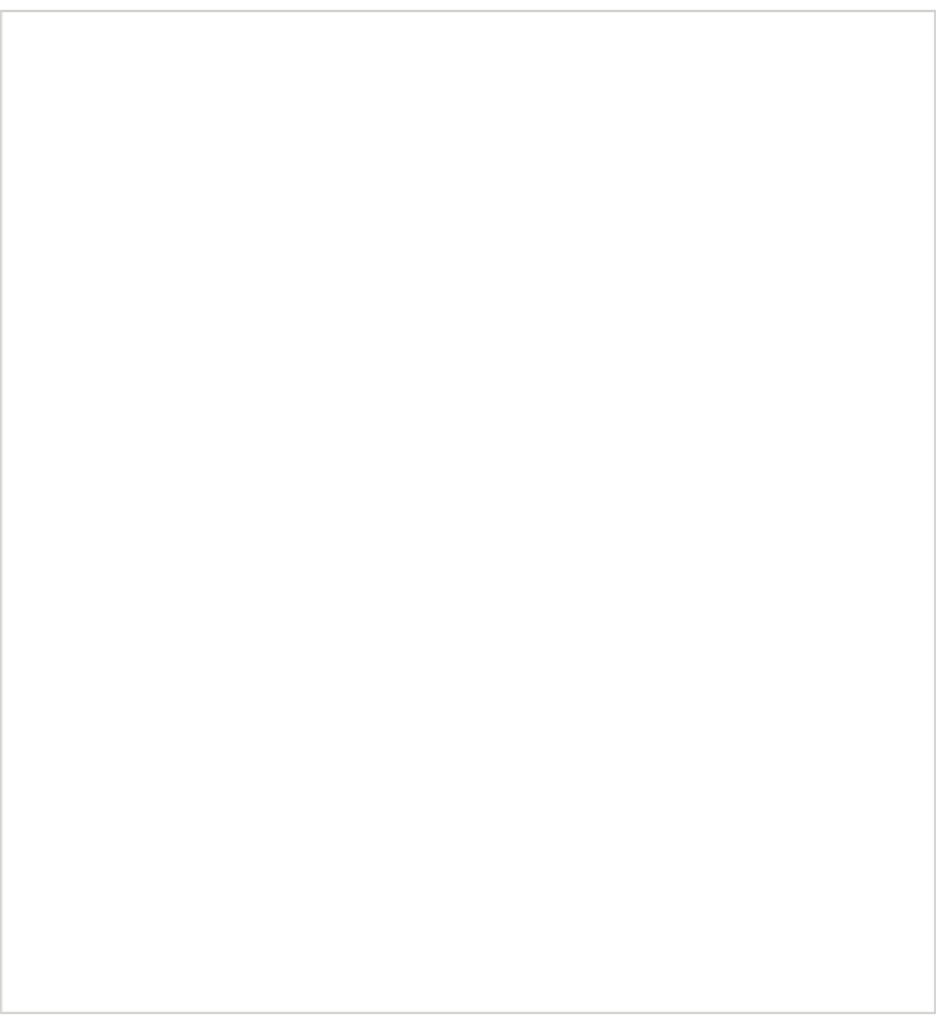
<source format=kicad_pcb>
(kicad_pcb (version 20211014) (generator pcbnew)
  (layers (0 "F.Cu" signal) (31 "B.Cu" signal) (34 "B.Paste" user) (35 "F.Paste" user) (36 "B.SilkS" user "B.Silkscreen") (37 "F.SilkS" user "F.Silkscreen") (38 "B.Mask" user) (39 "F.Mask" user) (44 "Edge.Cuts" user))
  (net 0 "")
  (footprint "MountingHole:MountingHole_3.2mm_M3" (layer "F.Cu") (at 32.9 3)
    (fp_text reference "REF**" hide)
    (fp_text value "MountingHole_3.2mm_M3" hide)
    (pad "" np_thru_hole oval locked (at 0 0) (size 7 3.2) (drill oval 7 3.2) (layers F&B.Cu *.Mask))
  )
  (footprint "MountingHole:MountingHole_3.2mm_M3" (layer "F.Cu") (at 7.5 40.2)
    (fp_text reference "REF**" hide)
    (fp_text value "MountingHole_3.2mm_M3" hide)
    (pad "" np_thru_hole oval locked (at 0 0) (size 7 3.2) (drill oval 7 3.2) (layers F&B.Cu *.Mask))
  )
  (footprint "MountingHole:MountingHole_3.2mm_M3" (layer "F.Cu") (at 7.5 3)
    (fp_text reference "REF**" hide)
    (fp_text value "MountingHole_3.2mm_M3" hide)
    (pad "" np_thru_hole oval locked (at 0 0) (size 7 3.2) (drill oval 7 3.2) (layers F&B.Cu *.Mask))
  )
  (footprint "MountingHole:MountingHole_3.2mm_M3" (layer "F.Cu") (at 32.9 40.2)
    (fp_text reference "REF**" hide)
    (fp_text value "MountingHole_3.2mm_M3" hide)
    (pad "" np_thru_hole oval locked (at 0 0) (size 7 3.2) (drill oval 7 3.2) (layers F&B.Cu *.Mask))
  )
  (gr_line (start 40.3 0) (end 40.3 43.2) (layer "Edge.Cuts") (width 0.1))
  (gr_line (start 0 43.2) (end 0 0) (layer "Edge.Cuts") (width 0.1))
  (gr_line (start 0 0) (end 40.3 0) (layer "Edge.Cuts") (width 0.1))
  (gr_line (start 40.3 43.2) (end 0 43.2) (layer "Edge.Cuts") (width 0.1))
)
</source>
